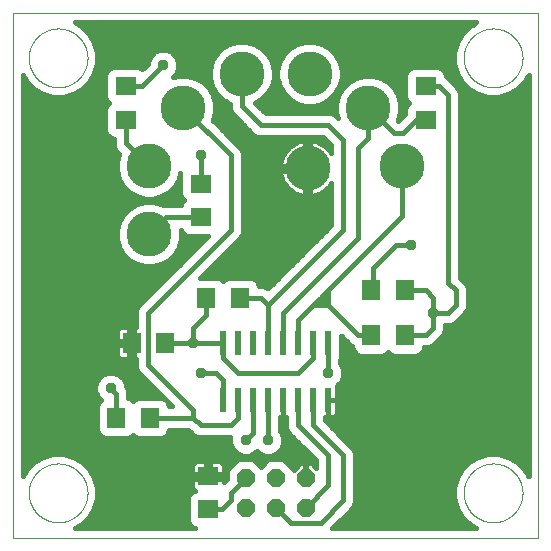
<source format=gtl>
G75*
%MOIN*%
%OFA0B0*%
%FSLAX25Y25*%
%IPPOS*%
%LPD*%
%AMOC8*
5,1,8,0,0,1.08239X$1,22.5*
%
%ADD10C,0.00000*%
%ADD11R,0.07087X0.06299*%
%ADD12OC8,0.06000*%
%ADD13R,0.02400X0.08100*%
%ADD14R,0.06299X0.07087*%
%ADD15R,0.06299X0.07098*%
%ADD16R,0.07098X0.06299*%
%ADD17C,0.15000*%
%ADD18C,0.03762*%
%ADD19C,0.01600*%
D10*
X0001800Y0023933D02*
X0001800Y0198933D01*
X0176800Y0198933D01*
X0176800Y0023933D01*
X0001800Y0023933D01*
X0007000Y0038933D02*
X0007003Y0039174D01*
X0007012Y0039414D01*
X0007027Y0039654D01*
X0007047Y0039894D01*
X0007074Y0040133D01*
X0007106Y0040371D01*
X0007144Y0040608D01*
X0007188Y0040845D01*
X0007238Y0041080D01*
X0007294Y0041314D01*
X0007355Y0041547D01*
X0007422Y0041778D01*
X0007495Y0042007D01*
X0007573Y0042235D01*
X0007657Y0042460D01*
X0007746Y0042683D01*
X0007841Y0042904D01*
X0007941Y0043123D01*
X0008046Y0043339D01*
X0008157Y0043553D01*
X0008273Y0043763D01*
X0008394Y0043971D01*
X0008520Y0044176D01*
X0008652Y0044378D01*
X0008788Y0044576D01*
X0008929Y0044771D01*
X0009074Y0044962D01*
X0009224Y0045150D01*
X0009379Y0045334D01*
X0009539Y0045514D01*
X0009702Y0045690D01*
X0009870Y0045863D01*
X0010043Y0046031D01*
X0010219Y0046194D01*
X0010399Y0046354D01*
X0010583Y0046509D01*
X0010771Y0046659D01*
X0010962Y0046804D01*
X0011157Y0046945D01*
X0011355Y0047081D01*
X0011557Y0047213D01*
X0011762Y0047339D01*
X0011970Y0047460D01*
X0012180Y0047576D01*
X0012394Y0047687D01*
X0012610Y0047792D01*
X0012829Y0047892D01*
X0013050Y0047987D01*
X0013273Y0048076D01*
X0013498Y0048160D01*
X0013726Y0048238D01*
X0013955Y0048311D01*
X0014186Y0048378D01*
X0014419Y0048439D01*
X0014653Y0048495D01*
X0014888Y0048545D01*
X0015125Y0048589D01*
X0015362Y0048627D01*
X0015600Y0048659D01*
X0015839Y0048686D01*
X0016079Y0048706D01*
X0016319Y0048721D01*
X0016559Y0048730D01*
X0016800Y0048733D01*
X0017041Y0048730D01*
X0017281Y0048721D01*
X0017521Y0048706D01*
X0017761Y0048686D01*
X0018000Y0048659D01*
X0018238Y0048627D01*
X0018475Y0048589D01*
X0018712Y0048545D01*
X0018947Y0048495D01*
X0019181Y0048439D01*
X0019414Y0048378D01*
X0019645Y0048311D01*
X0019874Y0048238D01*
X0020102Y0048160D01*
X0020327Y0048076D01*
X0020550Y0047987D01*
X0020771Y0047892D01*
X0020990Y0047792D01*
X0021206Y0047687D01*
X0021420Y0047576D01*
X0021630Y0047460D01*
X0021838Y0047339D01*
X0022043Y0047213D01*
X0022245Y0047081D01*
X0022443Y0046945D01*
X0022638Y0046804D01*
X0022829Y0046659D01*
X0023017Y0046509D01*
X0023201Y0046354D01*
X0023381Y0046194D01*
X0023557Y0046031D01*
X0023730Y0045863D01*
X0023898Y0045690D01*
X0024061Y0045514D01*
X0024221Y0045334D01*
X0024376Y0045150D01*
X0024526Y0044962D01*
X0024671Y0044771D01*
X0024812Y0044576D01*
X0024948Y0044378D01*
X0025080Y0044176D01*
X0025206Y0043971D01*
X0025327Y0043763D01*
X0025443Y0043553D01*
X0025554Y0043339D01*
X0025659Y0043123D01*
X0025759Y0042904D01*
X0025854Y0042683D01*
X0025943Y0042460D01*
X0026027Y0042235D01*
X0026105Y0042007D01*
X0026178Y0041778D01*
X0026245Y0041547D01*
X0026306Y0041314D01*
X0026362Y0041080D01*
X0026412Y0040845D01*
X0026456Y0040608D01*
X0026494Y0040371D01*
X0026526Y0040133D01*
X0026553Y0039894D01*
X0026573Y0039654D01*
X0026588Y0039414D01*
X0026597Y0039174D01*
X0026600Y0038933D01*
X0026597Y0038692D01*
X0026588Y0038452D01*
X0026573Y0038212D01*
X0026553Y0037972D01*
X0026526Y0037733D01*
X0026494Y0037495D01*
X0026456Y0037258D01*
X0026412Y0037021D01*
X0026362Y0036786D01*
X0026306Y0036552D01*
X0026245Y0036319D01*
X0026178Y0036088D01*
X0026105Y0035859D01*
X0026027Y0035631D01*
X0025943Y0035406D01*
X0025854Y0035183D01*
X0025759Y0034962D01*
X0025659Y0034743D01*
X0025554Y0034527D01*
X0025443Y0034313D01*
X0025327Y0034103D01*
X0025206Y0033895D01*
X0025080Y0033690D01*
X0024948Y0033488D01*
X0024812Y0033290D01*
X0024671Y0033095D01*
X0024526Y0032904D01*
X0024376Y0032716D01*
X0024221Y0032532D01*
X0024061Y0032352D01*
X0023898Y0032176D01*
X0023730Y0032003D01*
X0023557Y0031835D01*
X0023381Y0031672D01*
X0023201Y0031512D01*
X0023017Y0031357D01*
X0022829Y0031207D01*
X0022638Y0031062D01*
X0022443Y0030921D01*
X0022245Y0030785D01*
X0022043Y0030653D01*
X0021838Y0030527D01*
X0021630Y0030406D01*
X0021420Y0030290D01*
X0021206Y0030179D01*
X0020990Y0030074D01*
X0020771Y0029974D01*
X0020550Y0029879D01*
X0020327Y0029790D01*
X0020102Y0029706D01*
X0019874Y0029628D01*
X0019645Y0029555D01*
X0019414Y0029488D01*
X0019181Y0029427D01*
X0018947Y0029371D01*
X0018712Y0029321D01*
X0018475Y0029277D01*
X0018238Y0029239D01*
X0018000Y0029207D01*
X0017761Y0029180D01*
X0017521Y0029160D01*
X0017281Y0029145D01*
X0017041Y0029136D01*
X0016800Y0029133D01*
X0016559Y0029136D01*
X0016319Y0029145D01*
X0016079Y0029160D01*
X0015839Y0029180D01*
X0015600Y0029207D01*
X0015362Y0029239D01*
X0015125Y0029277D01*
X0014888Y0029321D01*
X0014653Y0029371D01*
X0014419Y0029427D01*
X0014186Y0029488D01*
X0013955Y0029555D01*
X0013726Y0029628D01*
X0013498Y0029706D01*
X0013273Y0029790D01*
X0013050Y0029879D01*
X0012829Y0029974D01*
X0012610Y0030074D01*
X0012394Y0030179D01*
X0012180Y0030290D01*
X0011970Y0030406D01*
X0011762Y0030527D01*
X0011557Y0030653D01*
X0011355Y0030785D01*
X0011157Y0030921D01*
X0010962Y0031062D01*
X0010771Y0031207D01*
X0010583Y0031357D01*
X0010399Y0031512D01*
X0010219Y0031672D01*
X0010043Y0031835D01*
X0009870Y0032003D01*
X0009702Y0032176D01*
X0009539Y0032352D01*
X0009379Y0032532D01*
X0009224Y0032716D01*
X0009074Y0032904D01*
X0008929Y0033095D01*
X0008788Y0033290D01*
X0008652Y0033488D01*
X0008520Y0033690D01*
X0008394Y0033895D01*
X0008273Y0034103D01*
X0008157Y0034313D01*
X0008046Y0034527D01*
X0007941Y0034743D01*
X0007841Y0034962D01*
X0007746Y0035183D01*
X0007657Y0035406D01*
X0007573Y0035631D01*
X0007495Y0035859D01*
X0007422Y0036088D01*
X0007355Y0036319D01*
X0007294Y0036552D01*
X0007238Y0036786D01*
X0007188Y0037021D01*
X0007144Y0037258D01*
X0007106Y0037495D01*
X0007074Y0037733D01*
X0007047Y0037972D01*
X0007027Y0038212D01*
X0007012Y0038452D01*
X0007003Y0038692D01*
X0007000Y0038933D01*
X0007000Y0183933D02*
X0007003Y0184174D01*
X0007012Y0184414D01*
X0007027Y0184654D01*
X0007047Y0184894D01*
X0007074Y0185133D01*
X0007106Y0185371D01*
X0007144Y0185608D01*
X0007188Y0185845D01*
X0007238Y0186080D01*
X0007294Y0186314D01*
X0007355Y0186547D01*
X0007422Y0186778D01*
X0007495Y0187007D01*
X0007573Y0187235D01*
X0007657Y0187460D01*
X0007746Y0187683D01*
X0007841Y0187904D01*
X0007941Y0188123D01*
X0008046Y0188339D01*
X0008157Y0188553D01*
X0008273Y0188763D01*
X0008394Y0188971D01*
X0008520Y0189176D01*
X0008652Y0189378D01*
X0008788Y0189576D01*
X0008929Y0189771D01*
X0009074Y0189962D01*
X0009224Y0190150D01*
X0009379Y0190334D01*
X0009539Y0190514D01*
X0009702Y0190690D01*
X0009870Y0190863D01*
X0010043Y0191031D01*
X0010219Y0191194D01*
X0010399Y0191354D01*
X0010583Y0191509D01*
X0010771Y0191659D01*
X0010962Y0191804D01*
X0011157Y0191945D01*
X0011355Y0192081D01*
X0011557Y0192213D01*
X0011762Y0192339D01*
X0011970Y0192460D01*
X0012180Y0192576D01*
X0012394Y0192687D01*
X0012610Y0192792D01*
X0012829Y0192892D01*
X0013050Y0192987D01*
X0013273Y0193076D01*
X0013498Y0193160D01*
X0013726Y0193238D01*
X0013955Y0193311D01*
X0014186Y0193378D01*
X0014419Y0193439D01*
X0014653Y0193495D01*
X0014888Y0193545D01*
X0015125Y0193589D01*
X0015362Y0193627D01*
X0015600Y0193659D01*
X0015839Y0193686D01*
X0016079Y0193706D01*
X0016319Y0193721D01*
X0016559Y0193730D01*
X0016800Y0193733D01*
X0017041Y0193730D01*
X0017281Y0193721D01*
X0017521Y0193706D01*
X0017761Y0193686D01*
X0018000Y0193659D01*
X0018238Y0193627D01*
X0018475Y0193589D01*
X0018712Y0193545D01*
X0018947Y0193495D01*
X0019181Y0193439D01*
X0019414Y0193378D01*
X0019645Y0193311D01*
X0019874Y0193238D01*
X0020102Y0193160D01*
X0020327Y0193076D01*
X0020550Y0192987D01*
X0020771Y0192892D01*
X0020990Y0192792D01*
X0021206Y0192687D01*
X0021420Y0192576D01*
X0021630Y0192460D01*
X0021838Y0192339D01*
X0022043Y0192213D01*
X0022245Y0192081D01*
X0022443Y0191945D01*
X0022638Y0191804D01*
X0022829Y0191659D01*
X0023017Y0191509D01*
X0023201Y0191354D01*
X0023381Y0191194D01*
X0023557Y0191031D01*
X0023730Y0190863D01*
X0023898Y0190690D01*
X0024061Y0190514D01*
X0024221Y0190334D01*
X0024376Y0190150D01*
X0024526Y0189962D01*
X0024671Y0189771D01*
X0024812Y0189576D01*
X0024948Y0189378D01*
X0025080Y0189176D01*
X0025206Y0188971D01*
X0025327Y0188763D01*
X0025443Y0188553D01*
X0025554Y0188339D01*
X0025659Y0188123D01*
X0025759Y0187904D01*
X0025854Y0187683D01*
X0025943Y0187460D01*
X0026027Y0187235D01*
X0026105Y0187007D01*
X0026178Y0186778D01*
X0026245Y0186547D01*
X0026306Y0186314D01*
X0026362Y0186080D01*
X0026412Y0185845D01*
X0026456Y0185608D01*
X0026494Y0185371D01*
X0026526Y0185133D01*
X0026553Y0184894D01*
X0026573Y0184654D01*
X0026588Y0184414D01*
X0026597Y0184174D01*
X0026600Y0183933D01*
X0026597Y0183692D01*
X0026588Y0183452D01*
X0026573Y0183212D01*
X0026553Y0182972D01*
X0026526Y0182733D01*
X0026494Y0182495D01*
X0026456Y0182258D01*
X0026412Y0182021D01*
X0026362Y0181786D01*
X0026306Y0181552D01*
X0026245Y0181319D01*
X0026178Y0181088D01*
X0026105Y0180859D01*
X0026027Y0180631D01*
X0025943Y0180406D01*
X0025854Y0180183D01*
X0025759Y0179962D01*
X0025659Y0179743D01*
X0025554Y0179527D01*
X0025443Y0179313D01*
X0025327Y0179103D01*
X0025206Y0178895D01*
X0025080Y0178690D01*
X0024948Y0178488D01*
X0024812Y0178290D01*
X0024671Y0178095D01*
X0024526Y0177904D01*
X0024376Y0177716D01*
X0024221Y0177532D01*
X0024061Y0177352D01*
X0023898Y0177176D01*
X0023730Y0177003D01*
X0023557Y0176835D01*
X0023381Y0176672D01*
X0023201Y0176512D01*
X0023017Y0176357D01*
X0022829Y0176207D01*
X0022638Y0176062D01*
X0022443Y0175921D01*
X0022245Y0175785D01*
X0022043Y0175653D01*
X0021838Y0175527D01*
X0021630Y0175406D01*
X0021420Y0175290D01*
X0021206Y0175179D01*
X0020990Y0175074D01*
X0020771Y0174974D01*
X0020550Y0174879D01*
X0020327Y0174790D01*
X0020102Y0174706D01*
X0019874Y0174628D01*
X0019645Y0174555D01*
X0019414Y0174488D01*
X0019181Y0174427D01*
X0018947Y0174371D01*
X0018712Y0174321D01*
X0018475Y0174277D01*
X0018238Y0174239D01*
X0018000Y0174207D01*
X0017761Y0174180D01*
X0017521Y0174160D01*
X0017281Y0174145D01*
X0017041Y0174136D01*
X0016800Y0174133D01*
X0016559Y0174136D01*
X0016319Y0174145D01*
X0016079Y0174160D01*
X0015839Y0174180D01*
X0015600Y0174207D01*
X0015362Y0174239D01*
X0015125Y0174277D01*
X0014888Y0174321D01*
X0014653Y0174371D01*
X0014419Y0174427D01*
X0014186Y0174488D01*
X0013955Y0174555D01*
X0013726Y0174628D01*
X0013498Y0174706D01*
X0013273Y0174790D01*
X0013050Y0174879D01*
X0012829Y0174974D01*
X0012610Y0175074D01*
X0012394Y0175179D01*
X0012180Y0175290D01*
X0011970Y0175406D01*
X0011762Y0175527D01*
X0011557Y0175653D01*
X0011355Y0175785D01*
X0011157Y0175921D01*
X0010962Y0176062D01*
X0010771Y0176207D01*
X0010583Y0176357D01*
X0010399Y0176512D01*
X0010219Y0176672D01*
X0010043Y0176835D01*
X0009870Y0177003D01*
X0009702Y0177176D01*
X0009539Y0177352D01*
X0009379Y0177532D01*
X0009224Y0177716D01*
X0009074Y0177904D01*
X0008929Y0178095D01*
X0008788Y0178290D01*
X0008652Y0178488D01*
X0008520Y0178690D01*
X0008394Y0178895D01*
X0008273Y0179103D01*
X0008157Y0179313D01*
X0008046Y0179527D01*
X0007941Y0179743D01*
X0007841Y0179962D01*
X0007746Y0180183D01*
X0007657Y0180406D01*
X0007573Y0180631D01*
X0007495Y0180859D01*
X0007422Y0181088D01*
X0007355Y0181319D01*
X0007294Y0181552D01*
X0007238Y0181786D01*
X0007188Y0182021D01*
X0007144Y0182258D01*
X0007106Y0182495D01*
X0007074Y0182733D01*
X0007047Y0182972D01*
X0007027Y0183212D01*
X0007012Y0183452D01*
X0007003Y0183692D01*
X0007000Y0183933D01*
X0152000Y0183933D02*
X0152003Y0184174D01*
X0152012Y0184414D01*
X0152027Y0184654D01*
X0152047Y0184894D01*
X0152074Y0185133D01*
X0152106Y0185371D01*
X0152144Y0185608D01*
X0152188Y0185845D01*
X0152238Y0186080D01*
X0152294Y0186314D01*
X0152355Y0186547D01*
X0152422Y0186778D01*
X0152495Y0187007D01*
X0152573Y0187235D01*
X0152657Y0187460D01*
X0152746Y0187683D01*
X0152841Y0187904D01*
X0152941Y0188123D01*
X0153046Y0188339D01*
X0153157Y0188553D01*
X0153273Y0188763D01*
X0153394Y0188971D01*
X0153520Y0189176D01*
X0153652Y0189378D01*
X0153788Y0189576D01*
X0153929Y0189771D01*
X0154074Y0189962D01*
X0154224Y0190150D01*
X0154379Y0190334D01*
X0154539Y0190514D01*
X0154702Y0190690D01*
X0154870Y0190863D01*
X0155043Y0191031D01*
X0155219Y0191194D01*
X0155399Y0191354D01*
X0155583Y0191509D01*
X0155771Y0191659D01*
X0155962Y0191804D01*
X0156157Y0191945D01*
X0156355Y0192081D01*
X0156557Y0192213D01*
X0156762Y0192339D01*
X0156970Y0192460D01*
X0157180Y0192576D01*
X0157394Y0192687D01*
X0157610Y0192792D01*
X0157829Y0192892D01*
X0158050Y0192987D01*
X0158273Y0193076D01*
X0158498Y0193160D01*
X0158726Y0193238D01*
X0158955Y0193311D01*
X0159186Y0193378D01*
X0159419Y0193439D01*
X0159653Y0193495D01*
X0159888Y0193545D01*
X0160125Y0193589D01*
X0160362Y0193627D01*
X0160600Y0193659D01*
X0160839Y0193686D01*
X0161079Y0193706D01*
X0161319Y0193721D01*
X0161559Y0193730D01*
X0161800Y0193733D01*
X0162041Y0193730D01*
X0162281Y0193721D01*
X0162521Y0193706D01*
X0162761Y0193686D01*
X0163000Y0193659D01*
X0163238Y0193627D01*
X0163475Y0193589D01*
X0163712Y0193545D01*
X0163947Y0193495D01*
X0164181Y0193439D01*
X0164414Y0193378D01*
X0164645Y0193311D01*
X0164874Y0193238D01*
X0165102Y0193160D01*
X0165327Y0193076D01*
X0165550Y0192987D01*
X0165771Y0192892D01*
X0165990Y0192792D01*
X0166206Y0192687D01*
X0166420Y0192576D01*
X0166630Y0192460D01*
X0166838Y0192339D01*
X0167043Y0192213D01*
X0167245Y0192081D01*
X0167443Y0191945D01*
X0167638Y0191804D01*
X0167829Y0191659D01*
X0168017Y0191509D01*
X0168201Y0191354D01*
X0168381Y0191194D01*
X0168557Y0191031D01*
X0168730Y0190863D01*
X0168898Y0190690D01*
X0169061Y0190514D01*
X0169221Y0190334D01*
X0169376Y0190150D01*
X0169526Y0189962D01*
X0169671Y0189771D01*
X0169812Y0189576D01*
X0169948Y0189378D01*
X0170080Y0189176D01*
X0170206Y0188971D01*
X0170327Y0188763D01*
X0170443Y0188553D01*
X0170554Y0188339D01*
X0170659Y0188123D01*
X0170759Y0187904D01*
X0170854Y0187683D01*
X0170943Y0187460D01*
X0171027Y0187235D01*
X0171105Y0187007D01*
X0171178Y0186778D01*
X0171245Y0186547D01*
X0171306Y0186314D01*
X0171362Y0186080D01*
X0171412Y0185845D01*
X0171456Y0185608D01*
X0171494Y0185371D01*
X0171526Y0185133D01*
X0171553Y0184894D01*
X0171573Y0184654D01*
X0171588Y0184414D01*
X0171597Y0184174D01*
X0171600Y0183933D01*
X0171597Y0183692D01*
X0171588Y0183452D01*
X0171573Y0183212D01*
X0171553Y0182972D01*
X0171526Y0182733D01*
X0171494Y0182495D01*
X0171456Y0182258D01*
X0171412Y0182021D01*
X0171362Y0181786D01*
X0171306Y0181552D01*
X0171245Y0181319D01*
X0171178Y0181088D01*
X0171105Y0180859D01*
X0171027Y0180631D01*
X0170943Y0180406D01*
X0170854Y0180183D01*
X0170759Y0179962D01*
X0170659Y0179743D01*
X0170554Y0179527D01*
X0170443Y0179313D01*
X0170327Y0179103D01*
X0170206Y0178895D01*
X0170080Y0178690D01*
X0169948Y0178488D01*
X0169812Y0178290D01*
X0169671Y0178095D01*
X0169526Y0177904D01*
X0169376Y0177716D01*
X0169221Y0177532D01*
X0169061Y0177352D01*
X0168898Y0177176D01*
X0168730Y0177003D01*
X0168557Y0176835D01*
X0168381Y0176672D01*
X0168201Y0176512D01*
X0168017Y0176357D01*
X0167829Y0176207D01*
X0167638Y0176062D01*
X0167443Y0175921D01*
X0167245Y0175785D01*
X0167043Y0175653D01*
X0166838Y0175527D01*
X0166630Y0175406D01*
X0166420Y0175290D01*
X0166206Y0175179D01*
X0165990Y0175074D01*
X0165771Y0174974D01*
X0165550Y0174879D01*
X0165327Y0174790D01*
X0165102Y0174706D01*
X0164874Y0174628D01*
X0164645Y0174555D01*
X0164414Y0174488D01*
X0164181Y0174427D01*
X0163947Y0174371D01*
X0163712Y0174321D01*
X0163475Y0174277D01*
X0163238Y0174239D01*
X0163000Y0174207D01*
X0162761Y0174180D01*
X0162521Y0174160D01*
X0162281Y0174145D01*
X0162041Y0174136D01*
X0161800Y0174133D01*
X0161559Y0174136D01*
X0161319Y0174145D01*
X0161079Y0174160D01*
X0160839Y0174180D01*
X0160600Y0174207D01*
X0160362Y0174239D01*
X0160125Y0174277D01*
X0159888Y0174321D01*
X0159653Y0174371D01*
X0159419Y0174427D01*
X0159186Y0174488D01*
X0158955Y0174555D01*
X0158726Y0174628D01*
X0158498Y0174706D01*
X0158273Y0174790D01*
X0158050Y0174879D01*
X0157829Y0174974D01*
X0157610Y0175074D01*
X0157394Y0175179D01*
X0157180Y0175290D01*
X0156970Y0175406D01*
X0156762Y0175527D01*
X0156557Y0175653D01*
X0156355Y0175785D01*
X0156157Y0175921D01*
X0155962Y0176062D01*
X0155771Y0176207D01*
X0155583Y0176357D01*
X0155399Y0176512D01*
X0155219Y0176672D01*
X0155043Y0176835D01*
X0154870Y0177003D01*
X0154702Y0177176D01*
X0154539Y0177352D01*
X0154379Y0177532D01*
X0154224Y0177716D01*
X0154074Y0177904D01*
X0153929Y0178095D01*
X0153788Y0178290D01*
X0153652Y0178488D01*
X0153520Y0178690D01*
X0153394Y0178895D01*
X0153273Y0179103D01*
X0153157Y0179313D01*
X0153046Y0179527D01*
X0152941Y0179743D01*
X0152841Y0179962D01*
X0152746Y0180183D01*
X0152657Y0180406D01*
X0152573Y0180631D01*
X0152495Y0180859D01*
X0152422Y0181088D01*
X0152355Y0181319D01*
X0152294Y0181552D01*
X0152238Y0181786D01*
X0152188Y0182021D01*
X0152144Y0182258D01*
X0152106Y0182495D01*
X0152074Y0182733D01*
X0152047Y0182972D01*
X0152027Y0183212D01*
X0152012Y0183452D01*
X0152003Y0183692D01*
X0152000Y0183933D01*
X0152000Y0038933D02*
X0152003Y0039174D01*
X0152012Y0039414D01*
X0152027Y0039654D01*
X0152047Y0039894D01*
X0152074Y0040133D01*
X0152106Y0040371D01*
X0152144Y0040608D01*
X0152188Y0040845D01*
X0152238Y0041080D01*
X0152294Y0041314D01*
X0152355Y0041547D01*
X0152422Y0041778D01*
X0152495Y0042007D01*
X0152573Y0042235D01*
X0152657Y0042460D01*
X0152746Y0042683D01*
X0152841Y0042904D01*
X0152941Y0043123D01*
X0153046Y0043339D01*
X0153157Y0043553D01*
X0153273Y0043763D01*
X0153394Y0043971D01*
X0153520Y0044176D01*
X0153652Y0044378D01*
X0153788Y0044576D01*
X0153929Y0044771D01*
X0154074Y0044962D01*
X0154224Y0045150D01*
X0154379Y0045334D01*
X0154539Y0045514D01*
X0154702Y0045690D01*
X0154870Y0045863D01*
X0155043Y0046031D01*
X0155219Y0046194D01*
X0155399Y0046354D01*
X0155583Y0046509D01*
X0155771Y0046659D01*
X0155962Y0046804D01*
X0156157Y0046945D01*
X0156355Y0047081D01*
X0156557Y0047213D01*
X0156762Y0047339D01*
X0156970Y0047460D01*
X0157180Y0047576D01*
X0157394Y0047687D01*
X0157610Y0047792D01*
X0157829Y0047892D01*
X0158050Y0047987D01*
X0158273Y0048076D01*
X0158498Y0048160D01*
X0158726Y0048238D01*
X0158955Y0048311D01*
X0159186Y0048378D01*
X0159419Y0048439D01*
X0159653Y0048495D01*
X0159888Y0048545D01*
X0160125Y0048589D01*
X0160362Y0048627D01*
X0160600Y0048659D01*
X0160839Y0048686D01*
X0161079Y0048706D01*
X0161319Y0048721D01*
X0161559Y0048730D01*
X0161800Y0048733D01*
X0162041Y0048730D01*
X0162281Y0048721D01*
X0162521Y0048706D01*
X0162761Y0048686D01*
X0163000Y0048659D01*
X0163238Y0048627D01*
X0163475Y0048589D01*
X0163712Y0048545D01*
X0163947Y0048495D01*
X0164181Y0048439D01*
X0164414Y0048378D01*
X0164645Y0048311D01*
X0164874Y0048238D01*
X0165102Y0048160D01*
X0165327Y0048076D01*
X0165550Y0047987D01*
X0165771Y0047892D01*
X0165990Y0047792D01*
X0166206Y0047687D01*
X0166420Y0047576D01*
X0166630Y0047460D01*
X0166838Y0047339D01*
X0167043Y0047213D01*
X0167245Y0047081D01*
X0167443Y0046945D01*
X0167638Y0046804D01*
X0167829Y0046659D01*
X0168017Y0046509D01*
X0168201Y0046354D01*
X0168381Y0046194D01*
X0168557Y0046031D01*
X0168730Y0045863D01*
X0168898Y0045690D01*
X0169061Y0045514D01*
X0169221Y0045334D01*
X0169376Y0045150D01*
X0169526Y0044962D01*
X0169671Y0044771D01*
X0169812Y0044576D01*
X0169948Y0044378D01*
X0170080Y0044176D01*
X0170206Y0043971D01*
X0170327Y0043763D01*
X0170443Y0043553D01*
X0170554Y0043339D01*
X0170659Y0043123D01*
X0170759Y0042904D01*
X0170854Y0042683D01*
X0170943Y0042460D01*
X0171027Y0042235D01*
X0171105Y0042007D01*
X0171178Y0041778D01*
X0171245Y0041547D01*
X0171306Y0041314D01*
X0171362Y0041080D01*
X0171412Y0040845D01*
X0171456Y0040608D01*
X0171494Y0040371D01*
X0171526Y0040133D01*
X0171553Y0039894D01*
X0171573Y0039654D01*
X0171588Y0039414D01*
X0171597Y0039174D01*
X0171600Y0038933D01*
X0171597Y0038692D01*
X0171588Y0038452D01*
X0171573Y0038212D01*
X0171553Y0037972D01*
X0171526Y0037733D01*
X0171494Y0037495D01*
X0171456Y0037258D01*
X0171412Y0037021D01*
X0171362Y0036786D01*
X0171306Y0036552D01*
X0171245Y0036319D01*
X0171178Y0036088D01*
X0171105Y0035859D01*
X0171027Y0035631D01*
X0170943Y0035406D01*
X0170854Y0035183D01*
X0170759Y0034962D01*
X0170659Y0034743D01*
X0170554Y0034527D01*
X0170443Y0034313D01*
X0170327Y0034103D01*
X0170206Y0033895D01*
X0170080Y0033690D01*
X0169948Y0033488D01*
X0169812Y0033290D01*
X0169671Y0033095D01*
X0169526Y0032904D01*
X0169376Y0032716D01*
X0169221Y0032532D01*
X0169061Y0032352D01*
X0168898Y0032176D01*
X0168730Y0032003D01*
X0168557Y0031835D01*
X0168381Y0031672D01*
X0168201Y0031512D01*
X0168017Y0031357D01*
X0167829Y0031207D01*
X0167638Y0031062D01*
X0167443Y0030921D01*
X0167245Y0030785D01*
X0167043Y0030653D01*
X0166838Y0030527D01*
X0166630Y0030406D01*
X0166420Y0030290D01*
X0166206Y0030179D01*
X0165990Y0030074D01*
X0165771Y0029974D01*
X0165550Y0029879D01*
X0165327Y0029790D01*
X0165102Y0029706D01*
X0164874Y0029628D01*
X0164645Y0029555D01*
X0164414Y0029488D01*
X0164181Y0029427D01*
X0163947Y0029371D01*
X0163712Y0029321D01*
X0163475Y0029277D01*
X0163238Y0029239D01*
X0163000Y0029207D01*
X0162761Y0029180D01*
X0162521Y0029160D01*
X0162281Y0029145D01*
X0162041Y0029136D01*
X0161800Y0029133D01*
X0161559Y0029136D01*
X0161319Y0029145D01*
X0161079Y0029160D01*
X0160839Y0029180D01*
X0160600Y0029207D01*
X0160362Y0029239D01*
X0160125Y0029277D01*
X0159888Y0029321D01*
X0159653Y0029371D01*
X0159419Y0029427D01*
X0159186Y0029488D01*
X0158955Y0029555D01*
X0158726Y0029628D01*
X0158498Y0029706D01*
X0158273Y0029790D01*
X0158050Y0029879D01*
X0157829Y0029974D01*
X0157610Y0030074D01*
X0157394Y0030179D01*
X0157180Y0030290D01*
X0156970Y0030406D01*
X0156762Y0030527D01*
X0156557Y0030653D01*
X0156355Y0030785D01*
X0156157Y0030921D01*
X0155962Y0031062D01*
X0155771Y0031207D01*
X0155583Y0031357D01*
X0155399Y0031512D01*
X0155219Y0031672D01*
X0155043Y0031835D01*
X0154870Y0032003D01*
X0154702Y0032176D01*
X0154539Y0032352D01*
X0154379Y0032532D01*
X0154224Y0032716D01*
X0154074Y0032904D01*
X0153929Y0033095D01*
X0153788Y0033290D01*
X0153652Y0033488D01*
X0153520Y0033690D01*
X0153394Y0033895D01*
X0153273Y0034103D01*
X0153157Y0034313D01*
X0153046Y0034527D01*
X0152941Y0034743D01*
X0152841Y0034962D01*
X0152746Y0035183D01*
X0152657Y0035406D01*
X0152573Y0035631D01*
X0152495Y0035859D01*
X0152422Y0036088D01*
X0152355Y0036319D01*
X0152294Y0036552D01*
X0152238Y0036786D01*
X0152188Y0037021D01*
X0152144Y0037258D01*
X0152106Y0037495D01*
X0152074Y0037733D01*
X0152047Y0037972D01*
X0152027Y0038212D01*
X0152012Y0038452D01*
X0152003Y0038692D01*
X0152000Y0038933D01*
D11*
X0066800Y0033421D03*
X0066800Y0044445D03*
D12*
X0079300Y0043933D03*
X0089300Y0043933D03*
X0089300Y0033933D03*
X0079300Y0033933D03*
X0099300Y0033933D03*
X0099300Y0043933D03*
D13*
X0096800Y0070033D03*
X0091800Y0070033D03*
X0086800Y0070033D03*
X0081800Y0070033D03*
X0076800Y0070033D03*
X0071800Y0070033D03*
X0071800Y0088933D03*
X0076800Y0088933D03*
X0081800Y0088933D03*
X0086800Y0088933D03*
X0091800Y0088933D03*
X0096800Y0088933D03*
X0101800Y0088933D03*
X0106800Y0088933D03*
X0106800Y0070033D03*
X0101800Y0070033D03*
D14*
X0052312Y0088933D03*
X0041288Y0088933D03*
D15*
X0066202Y0103933D03*
X0077398Y0103933D03*
X0047398Y0063933D03*
X0036202Y0063933D03*
X0121202Y0091433D03*
X0132398Y0091433D03*
X0132398Y0106433D03*
X0121202Y0106433D03*
D16*
X0139300Y0163335D03*
X0139300Y0174531D03*
X0064300Y0142031D03*
X0064300Y0130835D03*
X0039300Y0163335D03*
X0039300Y0174531D03*
D17*
X0058400Y0167333D03*
X0047090Y0147743D03*
X0047090Y0125123D03*
X0100010Y0147143D03*
X0120200Y0167333D03*
X0131510Y0147743D03*
X0100610Y0178643D03*
X0077990Y0178643D03*
D18*
X0051800Y0181433D03*
X0064300Y0151433D03*
X0061800Y0088933D03*
X0064300Y0078933D03*
X0079300Y0056433D03*
X0086800Y0056433D03*
X0106800Y0078933D03*
X0141800Y0098933D03*
X0134300Y0121433D03*
X0034300Y0073933D03*
D19*
X0036202Y0072031D01*
X0036202Y0063933D01*
X0029852Y0063896D02*
X0005000Y0063896D01*
X0005000Y0065494D02*
X0029852Y0065494D01*
X0029852Y0067093D02*
X0005000Y0067093D01*
X0005000Y0068691D02*
X0030089Y0068691D01*
X0029852Y0068119D02*
X0030339Y0069295D01*
X0031046Y0070002D01*
X0029992Y0071055D01*
X0029219Y0072922D01*
X0029219Y0074944D01*
X0029992Y0076811D01*
X0031422Y0078241D01*
X0033289Y0079014D01*
X0035311Y0079014D01*
X0037178Y0078241D01*
X0038608Y0076811D01*
X0039381Y0074944D01*
X0039381Y0074509D01*
X0039593Y0074297D01*
X0040202Y0072827D01*
X0040202Y0070594D01*
X0041164Y0070195D01*
X0041800Y0069559D01*
X0042436Y0070195D01*
X0043612Y0070682D01*
X0051185Y0070682D01*
X0052361Y0070195D01*
X0053261Y0069295D01*
X0053748Y0068119D01*
X0053748Y0067933D01*
X0054643Y0067933D01*
X0043409Y0079167D01*
X0042800Y0080637D01*
X0042800Y0083590D01*
X0042063Y0083590D01*
X0042063Y0088158D01*
X0040513Y0088158D01*
X0036339Y0088158D01*
X0036339Y0085153D01*
X0036461Y0084695D01*
X0036698Y0084285D01*
X0037033Y0083949D01*
X0037444Y0083712D01*
X0037902Y0083590D01*
X0040513Y0083590D01*
X0040513Y0088158D01*
X0040513Y0089708D01*
X0036339Y0089708D01*
X0036339Y0092713D01*
X0036461Y0093171D01*
X0036698Y0093582D01*
X0037033Y0093917D01*
X0037444Y0094154D01*
X0037902Y0094276D01*
X0040513Y0094276D01*
X0040513Y0089708D01*
X0042063Y0089708D01*
X0042063Y0094276D01*
X0042800Y0094276D01*
X0042800Y0099729D01*
X0043409Y0101199D01*
X0066695Y0124485D01*
X0060114Y0124485D01*
X0058938Y0124972D01*
X0058038Y0125872D01*
X0057790Y0126471D01*
X0057790Y0123714D01*
X0057061Y0120993D01*
X0055652Y0118553D01*
X0053660Y0116561D01*
X0051220Y0115152D01*
X0048499Y0114423D01*
X0045681Y0114423D01*
X0042960Y0115152D01*
X0040520Y0116561D01*
X0038528Y0118553D01*
X0037119Y0120993D01*
X0036390Y0123714D01*
X0036390Y0126532D01*
X0037119Y0129253D01*
X0038528Y0131693D01*
X0040520Y0133685D01*
X0042960Y0135094D01*
X0045681Y0135823D01*
X0048499Y0135823D01*
X0051220Y0135094D01*
X0051810Y0134753D01*
X0052006Y0134835D01*
X0057639Y0134835D01*
X0058038Y0135797D01*
X0058674Y0136433D01*
X0058038Y0137069D01*
X0057551Y0138245D01*
X0057551Y0145442D01*
X0057061Y0143613D01*
X0055652Y0141173D01*
X0053660Y0139181D01*
X0051220Y0137772D01*
X0048499Y0137043D01*
X0045681Y0137043D01*
X0042960Y0137772D01*
X0040520Y0139181D01*
X0038528Y0141173D01*
X0037119Y0143613D01*
X0036390Y0146334D01*
X0036390Y0149152D01*
X0037119Y0151873D01*
X0037187Y0151990D01*
X0035909Y0153267D01*
X0035300Y0154737D01*
X0035300Y0156985D01*
X0035114Y0156985D01*
X0033938Y0157472D01*
X0033038Y0158372D01*
X0032551Y0159549D01*
X0032551Y0167121D01*
X0033038Y0168297D01*
X0033674Y0168933D01*
X0033038Y0169569D01*
X0032551Y0170745D01*
X0032551Y0178318D01*
X0033038Y0179494D01*
X0033938Y0180394D01*
X0035114Y0180881D01*
X0043486Y0180881D01*
X0044662Y0180394D01*
X0044883Y0180173D01*
X0046719Y0182009D01*
X0046719Y0182444D01*
X0047492Y0184311D01*
X0048922Y0185741D01*
X0050789Y0186514D01*
X0052811Y0186514D01*
X0054678Y0185741D01*
X0056108Y0184311D01*
X0056881Y0182444D01*
X0056881Y0180422D01*
X0056108Y0178555D01*
X0055071Y0177519D01*
X0056991Y0178033D01*
X0059809Y0178033D01*
X0062530Y0177304D01*
X0064970Y0175895D01*
X0066962Y0173903D01*
X0068371Y0171463D01*
X0069100Y0168742D01*
X0069100Y0165924D01*
X0068371Y0163203D01*
X0068303Y0163086D01*
X0077691Y0153699D01*
X0078300Y0152229D01*
X0078300Y0125637D01*
X0077691Y0124167D01*
X0076566Y0123042D01*
X0076566Y0123042D01*
X0064206Y0110682D01*
X0069988Y0110682D01*
X0071164Y0110195D01*
X0071800Y0109559D01*
X0072436Y0110195D01*
X0073612Y0110682D01*
X0081185Y0110682D01*
X0082361Y0110195D01*
X0083261Y0109295D01*
X0083748Y0108119D01*
X0083748Y0107933D01*
X0085096Y0107933D01*
X0086566Y0107324D01*
X0086800Y0107090D01*
X0107800Y0128090D01*
X0107800Y0142061D01*
X0107607Y0141753D01*
X0106955Y0140936D01*
X0106217Y0140198D01*
X0105400Y0139546D01*
X0104516Y0138991D01*
X0103575Y0138537D01*
X0102589Y0138192D01*
X0101570Y0137960D01*
X0100785Y0137872D01*
X0100785Y0146368D01*
X0099235Y0146368D01*
X0099235Y0137872D01*
X0098450Y0137960D01*
X0097431Y0138192D01*
X0096445Y0138537D01*
X0095504Y0138991D01*
X0094620Y0139546D01*
X0093803Y0140198D01*
X0093065Y0140936D01*
X0092413Y0141753D01*
X0091858Y0142637D01*
X0091404Y0143579D01*
X0091059Y0144564D01*
X0090827Y0145583D01*
X0090738Y0146368D01*
X0099235Y0146368D01*
X0099235Y0147918D01*
X0090738Y0147918D01*
X0090827Y0148703D01*
X0091059Y0149722D01*
X0091404Y0150708D01*
X0091858Y0151649D01*
X0092413Y0152533D01*
X0093065Y0153350D01*
X0093803Y0154088D01*
X0094620Y0154740D01*
X0095504Y0155295D01*
X0096445Y0155749D01*
X0097431Y0156094D01*
X0098450Y0156326D01*
X0099235Y0156415D01*
X0099235Y0147918D01*
X0100785Y0147918D01*
X0100785Y0156415D01*
X0101570Y0156326D01*
X0102589Y0156094D01*
X0103575Y0155749D01*
X0104516Y0155295D01*
X0105400Y0154740D01*
X0106217Y0154088D01*
X0106955Y0153350D01*
X0107607Y0152533D01*
X0107800Y0152225D01*
X0107800Y0154776D01*
X0105143Y0157433D01*
X0083504Y0157433D01*
X0082034Y0158042D01*
X0080909Y0159167D01*
X0074599Y0165477D01*
X0073990Y0166947D01*
X0073990Y0168637D01*
X0073860Y0168672D01*
X0071420Y0170081D01*
X0069428Y0172073D01*
X0068019Y0174513D01*
X0067290Y0177234D01*
X0067290Y0180052D01*
X0068019Y0182773D01*
X0069428Y0185213D01*
X0071420Y0187205D01*
X0073860Y0188614D01*
X0076581Y0189343D01*
X0079399Y0189343D01*
X0082120Y0188614D01*
X0084560Y0187205D01*
X0086552Y0185213D01*
X0087961Y0182773D01*
X0088690Y0180052D01*
X0088690Y0177234D01*
X0087961Y0174513D01*
X0086552Y0172073D01*
X0084560Y0170081D01*
X0082499Y0168891D01*
X0085957Y0165433D01*
X0107596Y0165433D01*
X0109066Y0164824D01*
X0110062Y0163828D01*
X0109500Y0165924D01*
X0109500Y0168742D01*
X0110229Y0171463D01*
X0111638Y0173903D01*
X0113630Y0175895D01*
X0116070Y0177304D01*
X0118791Y0178033D01*
X0121609Y0178033D01*
X0124330Y0177304D01*
X0126770Y0175895D01*
X0128762Y0173903D01*
X0130171Y0171463D01*
X0130900Y0168742D01*
X0130900Y0165924D01*
X0130171Y0163203D01*
X0130103Y0163086D01*
X0130200Y0162990D01*
X0132551Y0165341D01*
X0132551Y0167121D01*
X0133038Y0168297D01*
X0133674Y0168933D01*
X0133038Y0169569D01*
X0132551Y0170745D01*
X0132551Y0178318D01*
X0133038Y0179494D01*
X0133938Y0180394D01*
X0135114Y0180881D01*
X0143486Y0180881D01*
X0144662Y0180394D01*
X0145562Y0179494D01*
X0146049Y0178318D01*
X0146049Y0177841D01*
X0149066Y0174824D01*
X0150191Y0173699D01*
X0150800Y0172229D01*
X0150800Y0110590D01*
X0151566Y0109824D01*
X0152691Y0108699D01*
X0153300Y0107229D01*
X0153300Y0100637D01*
X0152691Y0099167D01*
X0150191Y0096667D01*
X0149066Y0095542D01*
X0147596Y0094933D01*
X0145800Y0094933D01*
X0145800Y0093137D01*
X0145191Y0091667D01*
X0142691Y0089167D01*
X0141566Y0088042D01*
X0140096Y0087433D01*
X0138748Y0087433D01*
X0138748Y0087247D01*
X0138261Y0086071D01*
X0137361Y0085171D01*
X0136185Y0084684D01*
X0128612Y0084684D01*
X0127436Y0085171D01*
X0126800Y0085807D01*
X0126164Y0085171D01*
X0124988Y0084684D01*
X0117415Y0084684D01*
X0116239Y0085171D01*
X0115339Y0086071D01*
X0114852Y0087247D01*
X0114852Y0087910D01*
X0114534Y0088042D01*
X0111200Y0091376D01*
X0111200Y0084247D01*
X0110800Y0083281D01*
X0110800Y0082119D01*
X0111108Y0081811D01*
X0111881Y0079944D01*
X0111881Y0077922D01*
X0111108Y0076055D01*
X0109710Y0074657D01*
X0109800Y0074320D01*
X0109800Y0070033D01*
X0106800Y0070033D01*
X0106800Y0064183D01*
X0108237Y0064183D01*
X0108695Y0064306D01*
X0109105Y0064543D01*
X0109440Y0064878D01*
X0109677Y0065288D01*
X0109800Y0065746D01*
X0109800Y0070033D01*
X0106800Y0070033D01*
X0106800Y0070033D01*
X0106800Y0064183D01*
X0105800Y0064183D01*
X0105800Y0063090D01*
X0115191Y0053699D01*
X0115800Y0052229D01*
X0115800Y0035637D01*
X0115191Y0034167D01*
X0114066Y0033042D01*
X0108157Y0027133D01*
X0156238Y0027133D01*
X0153818Y0028530D01*
X0151397Y0030951D01*
X0149686Y0033915D01*
X0148800Y0037222D01*
X0148800Y0040645D01*
X0149686Y0043951D01*
X0151397Y0046915D01*
X0153818Y0049336D01*
X0156782Y0051047D01*
X0160089Y0051933D01*
X0163511Y0051933D01*
X0166818Y0051047D01*
X0169782Y0049336D01*
X0172203Y0046915D01*
X0173600Y0044495D01*
X0173600Y0178371D01*
X0172203Y0175951D01*
X0169782Y0173530D01*
X0166818Y0171819D01*
X0163511Y0170933D01*
X0160089Y0170933D01*
X0156782Y0171819D01*
X0153818Y0173530D01*
X0151397Y0175951D01*
X0149686Y0178915D01*
X0148800Y0182222D01*
X0148800Y0185645D01*
X0149686Y0188951D01*
X0151397Y0191915D01*
X0153818Y0194336D01*
X0156238Y0195733D01*
X0022362Y0195733D01*
X0024782Y0194336D01*
X0027203Y0191915D01*
X0028914Y0188951D01*
X0029800Y0185645D01*
X0029800Y0182222D01*
X0028914Y0178915D01*
X0027203Y0175951D01*
X0024782Y0173530D01*
X0021818Y0171819D01*
X0018511Y0170933D01*
X0015089Y0170933D01*
X0011782Y0171819D01*
X0008818Y0173530D01*
X0006397Y0175951D01*
X0005000Y0178371D01*
X0005000Y0044495D01*
X0006397Y0046915D01*
X0008818Y0049336D01*
X0011782Y0051047D01*
X0015089Y0051933D01*
X0018511Y0051933D01*
X0021818Y0051047D01*
X0024782Y0049336D01*
X0027203Y0046915D01*
X0028914Y0043951D01*
X0029800Y0040645D01*
X0029800Y0037222D01*
X0028914Y0033915D01*
X0027203Y0030951D01*
X0024782Y0028530D01*
X0022362Y0027133D01*
X0062472Y0027133D01*
X0061444Y0027559D01*
X0060544Y0028459D01*
X0060057Y0029635D01*
X0060057Y0037207D01*
X0060544Y0038384D01*
X0061444Y0039284D01*
X0062432Y0039693D01*
X0062151Y0039855D01*
X0061816Y0040190D01*
X0061579Y0040600D01*
X0061457Y0041058D01*
X0061457Y0043670D01*
X0066025Y0043670D01*
X0066025Y0045220D01*
X0066025Y0049394D01*
X0063020Y0049394D01*
X0062562Y0049272D01*
X0062151Y0049035D01*
X0061816Y0048700D01*
X0061579Y0048289D01*
X0061457Y0047831D01*
X0061457Y0045220D01*
X0066025Y0045220D01*
X0067575Y0045220D01*
X0067575Y0049394D01*
X0070580Y0049394D01*
X0071038Y0049272D01*
X0071449Y0049035D01*
X0071784Y0048700D01*
X0072021Y0048289D01*
X0072143Y0047831D01*
X0072143Y0045220D01*
X0067575Y0045220D01*
X0067575Y0043670D01*
X0072143Y0043670D01*
X0072143Y0042433D01*
X0073100Y0043390D01*
X0073100Y0046501D01*
X0076732Y0050133D01*
X0081868Y0050133D01*
X0084300Y0047701D01*
X0086732Y0050133D01*
X0091868Y0050133D01*
X0095290Y0046711D01*
X0097312Y0048733D01*
X0099100Y0048733D01*
X0099100Y0044133D01*
X0099500Y0044133D01*
X0099500Y0048733D01*
X0101288Y0048733D01*
X0102800Y0047221D01*
X0102800Y0049776D01*
X0094534Y0058042D01*
X0093409Y0059167D01*
X0092800Y0060637D01*
X0092800Y0064183D01*
X0091800Y0064183D01*
X0091800Y0070033D01*
X0091800Y0070033D01*
X0091800Y0064183D01*
X0090800Y0064183D01*
X0090800Y0059619D01*
X0091108Y0059311D01*
X0091881Y0057444D01*
X0091881Y0055422D01*
X0091108Y0053555D01*
X0089678Y0052126D01*
X0087811Y0051352D01*
X0085789Y0051352D01*
X0083922Y0052126D01*
X0083050Y0052997D01*
X0082178Y0052126D01*
X0080311Y0051352D01*
X0078289Y0051352D01*
X0076422Y0052126D01*
X0074992Y0053555D01*
X0074219Y0055422D01*
X0074219Y0057433D01*
X0063504Y0057433D01*
X0062034Y0058042D01*
X0060143Y0059933D01*
X0053748Y0059933D01*
X0053748Y0059747D01*
X0053261Y0058571D01*
X0052361Y0057671D01*
X0051185Y0057184D01*
X0043612Y0057184D01*
X0042436Y0057671D01*
X0041800Y0058307D01*
X0041164Y0057671D01*
X0039988Y0057184D01*
X0032415Y0057184D01*
X0031239Y0057671D01*
X0030339Y0058571D01*
X0029852Y0059747D01*
X0029852Y0068119D01*
X0030757Y0070290D02*
X0005000Y0070290D01*
X0005000Y0071888D02*
X0029647Y0071888D01*
X0029219Y0073487D02*
X0005000Y0073487D01*
X0005000Y0075085D02*
X0029278Y0075085D01*
X0029940Y0076684D02*
X0005000Y0076684D01*
X0005000Y0078282D02*
X0031523Y0078282D01*
X0037077Y0078282D02*
X0044294Y0078282D01*
X0043113Y0079881D02*
X0005000Y0079881D01*
X0005000Y0081479D02*
X0042800Y0081479D01*
X0042800Y0083078D02*
X0005000Y0083078D01*
X0005000Y0084677D02*
X0036472Y0084677D01*
X0036339Y0086275D02*
X0005000Y0086275D01*
X0005000Y0087874D02*
X0036339Y0087874D01*
X0036339Y0091071D02*
X0005000Y0091071D01*
X0005000Y0092669D02*
X0036339Y0092669D01*
X0037869Y0094268D02*
X0005000Y0094268D01*
X0005000Y0095866D02*
X0042800Y0095866D01*
X0042800Y0097465D02*
X0005000Y0097465D01*
X0005000Y0099063D02*
X0042800Y0099063D01*
X0043186Y0100662D02*
X0005000Y0100662D01*
X0005000Y0102260D02*
X0044470Y0102260D01*
X0046069Y0103859D02*
X0005000Y0103859D01*
X0005000Y0105457D02*
X0047667Y0105457D01*
X0049266Y0107056D02*
X0005000Y0107056D01*
X0005000Y0108654D02*
X0050864Y0108654D01*
X0052463Y0110253D02*
X0005000Y0110253D01*
X0005000Y0111851D02*
X0054061Y0111851D01*
X0055660Y0113450D02*
X0005000Y0113450D01*
X0005000Y0115048D02*
X0043348Y0115048D01*
X0040434Y0116647D02*
X0005000Y0116647D01*
X0005000Y0118245D02*
X0038836Y0118245D01*
X0037783Y0119844D02*
X0005000Y0119844D01*
X0005000Y0121442D02*
X0036999Y0121442D01*
X0036570Y0123041D02*
X0005000Y0123041D01*
X0005000Y0124639D02*
X0036390Y0124639D01*
X0036390Y0126238D02*
X0005000Y0126238D01*
X0005000Y0127836D02*
X0036740Y0127836D01*
X0037224Y0129435D02*
X0005000Y0129435D01*
X0005000Y0131033D02*
X0038147Y0131033D01*
X0039467Y0132632D02*
X0005000Y0132632D01*
X0005000Y0134230D02*
X0041464Y0134230D01*
X0044247Y0137427D02*
X0005000Y0137427D01*
X0005000Y0135829D02*
X0058070Y0135829D01*
X0057890Y0137427D02*
X0049933Y0137427D01*
X0053391Y0139026D02*
X0057551Y0139026D01*
X0057551Y0140624D02*
X0055103Y0140624D01*
X0056258Y0142223D02*
X0057551Y0142223D01*
X0057551Y0143821D02*
X0057117Y0143821D01*
X0057545Y0145420D02*
X0057551Y0145420D01*
X0064300Y0142031D02*
X0064300Y0151433D01*
X0071583Y0159807D02*
X0080270Y0159807D01*
X0078671Y0161405D02*
X0069985Y0161405D01*
X0068386Y0163004D02*
X0077073Y0163004D01*
X0075474Y0164602D02*
X0068746Y0164602D01*
X0069100Y0166201D02*
X0074299Y0166201D01*
X0073990Y0167799D02*
X0069100Y0167799D01*
X0068924Y0169398D02*
X0072604Y0169398D01*
X0070505Y0170996D02*
X0068496Y0170996D01*
X0069127Y0172595D02*
X0067718Y0172595D01*
X0068204Y0174193D02*
X0066672Y0174193D01*
X0067677Y0175792D02*
X0065073Y0175792D01*
X0067290Y0177390D02*
X0062208Y0177390D01*
X0067290Y0178989D02*
X0056287Y0178989D01*
X0056881Y0180587D02*
X0067433Y0180587D01*
X0067862Y0182186D02*
X0056881Y0182186D01*
X0056326Y0183784D02*
X0068603Y0183784D01*
X0069598Y0185383D02*
X0055036Y0185383D01*
X0051800Y0181433D02*
X0044898Y0174531D01*
X0039300Y0174531D01*
X0032551Y0174193D02*
X0025445Y0174193D01*
X0027043Y0175792D02*
X0032551Y0175792D01*
X0032551Y0177390D02*
X0028034Y0177390D01*
X0028934Y0178989D02*
X0032829Y0178989D01*
X0034405Y0180587D02*
X0029362Y0180587D01*
X0029790Y0182186D02*
X0046719Y0182186D01*
X0047274Y0183784D02*
X0029800Y0183784D01*
X0029800Y0185383D02*
X0048564Y0185383D01*
X0045297Y0180587D02*
X0044195Y0180587D01*
X0032551Y0172595D02*
X0023161Y0172595D01*
X0018747Y0170996D02*
X0032551Y0170996D01*
X0033210Y0169398D02*
X0005000Y0169398D01*
X0005000Y0170996D02*
X0014853Y0170996D01*
X0010439Y0172595D02*
X0005000Y0172595D01*
X0005000Y0174193D02*
X0008155Y0174193D01*
X0006557Y0175792D02*
X0005000Y0175792D01*
X0005000Y0177390D02*
X0005566Y0177390D01*
X0005000Y0167799D02*
X0032832Y0167799D01*
X0032551Y0166201D02*
X0005000Y0166201D01*
X0005000Y0164602D02*
X0032551Y0164602D01*
X0032551Y0163004D02*
X0005000Y0163004D01*
X0005000Y0161405D02*
X0032551Y0161405D01*
X0032551Y0159807D02*
X0005000Y0159807D01*
X0005000Y0158208D02*
X0033202Y0158208D01*
X0035300Y0156610D02*
X0005000Y0156610D01*
X0005000Y0155011D02*
X0035300Y0155011D01*
X0035849Y0153412D02*
X0005000Y0153412D01*
X0005000Y0151814D02*
X0037103Y0151814D01*
X0036675Y0150215D02*
X0005000Y0150215D01*
X0005000Y0148617D02*
X0036390Y0148617D01*
X0036390Y0147018D02*
X0005000Y0147018D01*
X0005000Y0145420D02*
X0036635Y0145420D01*
X0037063Y0143821D02*
X0005000Y0143821D01*
X0005000Y0142223D02*
X0037922Y0142223D01*
X0039077Y0140624D02*
X0005000Y0140624D01*
X0005000Y0139026D02*
X0040789Y0139026D01*
X0047090Y0147743D02*
X0039300Y0155533D01*
X0039300Y0163335D01*
X0058400Y0167333D02*
X0074300Y0151433D01*
X0074300Y0126433D01*
X0046800Y0098933D01*
X0046800Y0081433D01*
X0061800Y0066433D01*
X0061800Y0063933D01*
X0047398Y0063933D01*
X0053511Y0068691D02*
X0053885Y0068691D01*
X0052286Y0070290D02*
X0052132Y0070290D01*
X0050688Y0071888D02*
X0040202Y0071888D01*
X0039928Y0073487D02*
X0049089Y0073487D01*
X0047491Y0075085D02*
X0039322Y0075085D01*
X0038660Y0076684D02*
X0045892Y0076684D01*
X0042665Y0070290D02*
X0040935Y0070290D01*
X0029852Y0062297D02*
X0005000Y0062297D01*
X0005000Y0060699D02*
X0029852Y0060699D01*
X0030120Y0059100D02*
X0005000Y0059100D01*
X0005000Y0057502D02*
X0031648Y0057502D01*
X0024482Y0049509D02*
X0076108Y0049509D01*
X0074510Y0047911D02*
X0072122Y0047911D01*
X0072143Y0046312D02*
X0073100Y0046312D01*
X0073100Y0044714D02*
X0067575Y0044714D01*
X0066025Y0044714D02*
X0028474Y0044714D01*
X0029138Y0043115D02*
X0061457Y0043115D01*
X0061457Y0041517D02*
X0029566Y0041517D01*
X0029800Y0039918D02*
X0062088Y0039918D01*
X0060517Y0038320D02*
X0029800Y0038320D01*
X0029666Y0036721D02*
X0060057Y0036721D01*
X0060057Y0035123D02*
X0029238Y0035123D01*
X0028688Y0033524D02*
X0060057Y0033524D01*
X0060057Y0031926D02*
X0027765Y0031926D01*
X0026579Y0030327D02*
X0060057Y0030327D01*
X0060432Y0028729D02*
X0024980Y0028729D01*
X0027551Y0046312D02*
X0061457Y0046312D01*
X0061478Y0047911D02*
X0026207Y0047911D01*
X0021592Y0051108D02*
X0101468Y0051108D01*
X0102800Y0049509D02*
X0092492Y0049509D01*
X0094090Y0047911D02*
X0096489Y0047911D01*
X0099100Y0047911D02*
X0099500Y0047911D01*
X0099500Y0046312D02*
X0099100Y0046312D01*
X0099100Y0044714D02*
X0099500Y0044714D01*
X0102111Y0047911D02*
X0102800Y0047911D01*
X0106800Y0051433D02*
X0096800Y0061433D01*
X0096800Y0070033D01*
X0091800Y0068691D02*
X0091800Y0068691D01*
X0091800Y0067093D02*
X0091800Y0067093D01*
X0091800Y0065494D02*
X0091800Y0065494D01*
X0090800Y0063896D02*
X0092800Y0063896D01*
X0092800Y0062297D02*
X0090800Y0062297D01*
X0090800Y0060699D02*
X0092800Y0060699D01*
X0093476Y0059100D02*
X0091195Y0059100D01*
X0091857Y0057502D02*
X0095074Y0057502D01*
X0096673Y0055903D02*
X0091881Y0055903D01*
X0091418Y0054305D02*
X0098271Y0054305D01*
X0099870Y0052706D02*
X0090259Y0052706D01*
X0086800Y0056433D02*
X0086800Y0070033D01*
X0081800Y0070033D02*
X0081800Y0058933D01*
X0079300Y0056433D01*
X0082759Y0052706D02*
X0083341Y0052706D01*
X0082492Y0049509D02*
X0086108Y0049509D01*
X0084510Y0047911D02*
X0084090Y0047911D01*
X0079300Y0043933D02*
X0074300Y0038933D01*
X0074300Y0036433D01*
X0071288Y0033421D01*
X0066800Y0033421D01*
X0072143Y0043115D02*
X0072825Y0043115D01*
X0067575Y0046312D02*
X0066025Y0046312D01*
X0066025Y0047911D02*
X0067575Y0047911D01*
X0075841Y0052706D02*
X0005000Y0052706D01*
X0005000Y0051108D02*
X0012008Y0051108D01*
X0009118Y0049509D02*
X0005000Y0049509D01*
X0005000Y0047911D02*
X0007393Y0047911D01*
X0006049Y0046312D02*
X0005000Y0046312D01*
X0005000Y0044714D02*
X0005126Y0044714D01*
X0005000Y0054305D02*
X0074682Y0054305D01*
X0074219Y0055903D02*
X0005000Y0055903D01*
X0005000Y0089472D02*
X0040513Y0089472D01*
X0040513Y0087874D02*
X0042063Y0087874D01*
X0042063Y0086275D02*
X0040513Y0086275D01*
X0040513Y0084677D02*
X0042063Y0084677D01*
X0042063Y0091071D02*
X0040513Y0091071D01*
X0040513Y0092669D02*
X0042063Y0092669D01*
X0042063Y0094268D02*
X0040513Y0094268D01*
X0052312Y0088933D02*
X0061800Y0088933D01*
X0061800Y0093933D01*
X0066202Y0098335D01*
X0066202Y0103933D01*
X0071025Y0110253D02*
X0072575Y0110253D01*
X0068572Y0115048D02*
X0094758Y0115048D01*
X0093160Y0113450D02*
X0066973Y0113450D01*
X0065375Y0111851D02*
X0091561Y0111851D01*
X0089963Y0110253D02*
X0082222Y0110253D01*
X0083526Y0108654D02*
X0088364Y0108654D01*
X0084300Y0103933D02*
X0077398Y0103933D01*
X0084300Y0103933D02*
X0086800Y0101433D01*
X0086800Y0088933D01*
X0091800Y0088933D02*
X0091800Y0098933D01*
X0116800Y0123933D01*
X0116800Y0153933D01*
X0120200Y0157333D01*
X0120200Y0167333D01*
X0128600Y0158933D01*
X0131800Y0158933D01*
X0136202Y0163335D01*
X0139300Y0163335D01*
X0132551Y0166201D02*
X0130900Y0166201D01*
X0130900Y0167799D02*
X0132832Y0167799D01*
X0133210Y0169398D02*
X0130724Y0169398D01*
X0130296Y0170996D02*
X0132551Y0170996D01*
X0132551Y0172595D02*
X0129518Y0172595D01*
X0128472Y0174193D02*
X0132551Y0174193D01*
X0132551Y0175792D02*
X0126873Y0175792D01*
X0124008Y0177390D02*
X0132551Y0177390D01*
X0132829Y0178989D02*
X0111310Y0178989D01*
X0111310Y0180052D02*
X0110581Y0182773D01*
X0109172Y0185213D01*
X0107180Y0187205D01*
X0104740Y0188614D01*
X0102019Y0189343D01*
X0099201Y0189343D01*
X0096480Y0188614D01*
X0094040Y0187205D01*
X0092048Y0185213D01*
X0090639Y0182773D01*
X0089910Y0180052D01*
X0089910Y0177234D01*
X0090639Y0174513D01*
X0092048Y0172073D01*
X0094040Y0170081D01*
X0096480Y0168672D01*
X0099201Y0167943D01*
X0102019Y0167943D01*
X0104740Y0168672D01*
X0107180Y0170081D01*
X0109172Y0172073D01*
X0110581Y0174513D01*
X0111310Y0177234D01*
X0111310Y0180052D01*
X0111167Y0180587D02*
X0134405Y0180587D01*
X0139300Y0174531D02*
X0143702Y0174531D01*
X0146800Y0171433D01*
X0146800Y0108933D01*
X0149300Y0106433D01*
X0149300Y0101433D01*
X0146800Y0098933D01*
X0141800Y0098933D01*
X0141800Y0093933D01*
X0139300Y0091433D01*
X0132398Y0091433D01*
X0138345Y0086275D02*
X0173600Y0086275D01*
X0173600Y0084677D02*
X0111200Y0084677D01*
X0111200Y0086275D02*
X0115255Y0086275D01*
X0114852Y0087874D02*
X0111200Y0087874D01*
X0111200Y0089472D02*
X0113104Y0089472D01*
X0111506Y0091071D02*
X0111200Y0091071D01*
X0106800Y0088933D02*
X0106800Y0078933D01*
X0111368Y0076684D02*
X0173600Y0076684D01*
X0173600Y0078282D02*
X0111881Y0078282D01*
X0111881Y0079881D02*
X0173600Y0079881D01*
X0173600Y0081479D02*
X0111245Y0081479D01*
X0110800Y0083078D02*
X0173600Y0083078D01*
X0173600Y0087874D02*
X0141159Y0087874D01*
X0142996Y0089472D02*
X0173600Y0089472D01*
X0173600Y0091071D02*
X0144594Y0091071D01*
X0145606Y0092669D02*
X0173600Y0092669D01*
X0173600Y0094268D02*
X0145800Y0094268D01*
X0149390Y0095866D02*
X0173600Y0095866D01*
X0173600Y0097465D02*
X0150988Y0097465D01*
X0152587Y0099063D02*
X0173600Y0099063D01*
X0173600Y0100662D02*
X0153300Y0100662D01*
X0153300Y0102260D02*
X0173600Y0102260D01*
X0173600Y0103859D02*
X0153300Y0103859D01*
X0153300Y0105457D02*
X0173600Y0105457D01*
X0173600Y0107056D02*
X0153300Y0107056D01*
X0152710Y0108654D02*
X0173600Y0108654D01*
X0173600Y0110253D02*
X0151137Y0110253D01*
X0150800Y0111851D02*
X0173600Y0111851D01*
X0173600Y0113450D02*
X0150800Y0113450D01*
X0150800Y0115048D02*
X0173600Y0115048D01*
X0173600Y0116647D02*
X0150800Y0116647D01*
X0150800Y0118245D02*
X0173600Y0118245D01*
X0173600Y0119844D02*
X0150800Y0119844D01*
X0150800Y0121442D02*
X0173600Y0121442D01*
X0173600Y0123041D02*
X0150800Y0123041D01*
X0150800Y0124639D02*
X0173600Y0124639D01*
X0173600Y0126238D02*
X0150800Y0126238D01*
X0150800Y0127836D02*
X0173600Y0127836D01*
X0173600Y0129435D02*
X0150800Y0129435D01*
X0150800Y0131033D02*
X0173600Y0131033D01*
X0173600Y0132632D02*
X0150800Y0132632D01*
X0150800Y0134230D02*
X0173600Y0134230D01*
X0173600Y0135829D02*
X0150800Y0135829D01*
X0150800Y0137427D02*
X0173600Y0137427D01*
X0173600Y0139026D02*
X0150800Y0139026D01*
X0150800Y0140624D02*
X0173600Y0140624D01*
X0173600Y0142223D02*
X0150800Y0142223D01*
X0150800Y0143821D02*
X0173600Y0143821D01*
X0173600Y0145420D02*
X0150800Y0145420D01*
X0150800Y0147018D02*
X0173600Y0147018D01*
X0173600Y0148617D02*
X0150800Y0148617D01*
X0150800Y0150215D02*
X0173600Y0150215D01*
X0173600Y0151814D02*
X0150800Y0151814D01*
X0150800Y0153412D02*
X0173600Y0153412D01*
X0173600Y0155011D02*
X0150800Y0155011D01*
X0150800Y0156610D02*
X0173600Y0156610D01*
X0173600Y0158208D02*
X0150800Y0158208D01*
X0150800Y0159807D02*
X0173600Y0159807D01*
X0173600Y0161405D02*
X0150800Y0161405D01*
X0150800Y0163004D02*
X0173600Y0163004D01*
X0173600Y0164602D02*
X0150800Y0164602D01*
X0150800Y0166201D02*
X0173600Y0166201D01*
X0173600Y0167799D02*
X0150800Y0167799D01*
X0150800Y0169398D02*
X0173600Y0169398D01*
X0173600Y0170996D02*
X0163747Y0170996D01*
X0159853Y0170996D02*
X0150800Y0170996D01*
X0150648Y0172595D02*
X0155439Y0172595D01*
X0153155Y0174193D02*
X0149697Y0174193D01*
X0148098Y0175792D02*
X0151557Y0175792D01*
X0150566Y0177390D02*
X0146500Y0177390D01*
X0145771Y0178989D02*
X0149666Y0178989D01*
X0149238Y0180587D02*
X0144195Y0180587D01*
X0148810Y0182186D02*
X0110738Y0182186D01*
X0109997Y0183784D02*
X0148800Y0183784D01*
X0148800Y0185383D02*
X0109002Y0185383D01*
X0107404Y0186981D02*
X0149158Y0186981D01*
X0149586Y0188580D02*
X0104799Y0188580D01*
X0096421Y0188580D02*
X0082179Y0188580D01*
X0084784Y0186981D02*
X0093816Y0186981D01*
X0092218Y0185383D02*
X0086382Y0185383D01*
X0087377Y0183784D02*
X0091223Y0183784D01*
X0090482Y0182186D02*
X0088118Y0182186D01*
X0088547Y0180587D02*
X0090053Y0180587D01*
X0089910Y0178989D02*
X0088690Y0178989D01*
X0088690Y0177390D02*
X0089910Y0177390D01*
X0090297Y0175792D02*
X0088303Y0175792D01*
X0087776Y0174193D02*
X0090824Y0174193D01*
X0091747Y0172595D02*
X0086853Y0172595D01*
X0085475Y0170996D02*
X0093125Y0170996D01*
X0095224Y0169398D02*
X0083376Y0169398D01*
X0083591Y0167799D02*
X0109500Y0167799D01*
X0109500Y0166201D02*
X0085189Y0166201D01*
X0084300Y0161433D02*
X0106800Y0161433D01*
X0111800Y0156433D01*
X0111800Y0126433D01*
X0086800Y0101433D01*
X0096800Y0096433D02*
X0096800Y0088933D01*
X0101800Y0088933D02*
X0101800Y0083933D01*
X0096800Y0078933D01*
X0076800Y0078933D01*
X0071800Y0083933D01*
X0071800Y0088933D01*
X0061800Y0088933D01*
X0064300Y0078933D02*
X0069300Y0078933D01*
X0071800Y0076433D01*
X0071800Y0070033D01*
X0076800Y0070033D02*
X0076800Y0063933D01*
X0074300Y0061433D01*
X0064300Y0061433D01*
X0061800Y0063933D01*
X0060976Y0059100D02*
X0053480Y0059100D01*
X0051952Y0057502D02*
X0063338Y0057502D01*
X0042845Y0057502D02*
X0040755Y0057502D01*
X0089300Y0033933D02*
X0094300Y0028933D01*
X0104300Y0028933D01*
X0111800Y0036433D01*
X0111800Y0051433D01*
X0101800Y0061433D01*
X0101800Y0070033D01*
X0106800Y0070033D02*
X0106800Y0070033D01*
X0106800Y0068691D02*
X0106800Y0068691D01*
X0106800Y0067093D02*
X0106800Y0067093D01*
X0106800Y0065494D02*
X0106800Y0065494D01*
X0105800Y0063896D02*
X0173600Y0063896D01*
X0173600Y0065494D02*
X0109733Y0065494D01*
X0109800Y0067093D02*
X0173600Y0067093D01*
X0173600Y0068691D02*
X0109800Y0068691D01*
X0109800Y0070290D02*
X0173600Y0070290D01*
X0173600Y0071888D02*
X0109800Y0071888D01*
X0109800Y0073487D02*
X0173600Y0073487D01*
X0173600Y0075085D02*
X0110138Y0075085D01*
X0106593Y0062297D02*
X0173600Y0062297D01*
X0173600Y0060699D02*
X0108191Y0060699D01*
X0109790Y0059100D02*
X0173600Y0059100D01*
X0173600Y0057502D02*
X0111388Y0057502D01*
X0112987Y0055903D02*
X0173600Y0055903D01*
X0173600Y0054305D02*
X0114585Y0054305D01*
X0115602Y0052706D02*
X0173600Y0052706D01*
X0173600Y0051108D02*
X0166592Y0051108D01*
X0169482Y0049509D02*
X0173600Y0049509D01*
X0173600Y0047911D02*
X0171207Y0047911D01*
X0172551Y0046312D02*
X0173600Y0046312D01*
X0173600Y0044714D02*
X0173474Y0044714D01*
X0157008Y0051108D02*
X0115800Y0051108D01*
X0115800Y0049509D02*
X0154118Y0049509D01*
X0152393Y0047911D02*
X0115800Y0047911D01*
X0115800Y0046312D02*
X0151049Y0046312D01*
X0150126Y0044714D02*
X0115800Y0044714D01*
X0115800Y0043115D02*
X0149462Y0043115D01*
X0149034Y0041517D02*
X0115800Y0041517D01*
X0115800Y0039918D02*
X0148800Y0039918D01*
X0148800Y0038320D02*
X0115800Y0038320D01*
X0115800Y0036721D02*
X0148934Y0036721D01*
X0149362Y0035123D02*
X0115587Y0035123D01*
X0114548Y0033524D02*
X0149912Y0033524D01*
X0150835Y0031926D02*
X0112949Y0031926D01*
X0111351Y0030327D02*
X0152021Y0030327D01*
X0153620Y0028729D02*
X0109752Y0028729D01*
X0099300Y0033933D02*
X0106800Y0041433D01*
X0106800Y0051433D01*
X0116800Y0091433D02*
X0106800Y0101433D01*
X0105060Y0101433D01*
X0103430Y0103063D01*
X0101800Y0101433D01*
X0104300Y0101433D01*
X0103430Y0103063D02*
X0104300Y0103933D01*
X0106800Y0101433D01*
X0106800Y0103317D01*
X0105242Y0104875D01*
X0104300Y0103933D01*
X0105242Y0104875D02*
X0106528Y0106161D01*
X0106800Y0105890D01*
X0106800Y0103933D01*
X0106528Y0106161D02*
X0131510Y0131143D01*
X0131510Y0147743D01*
X0130214Y0163004D02*
X0130186Y0163004D01*
X0130546Y0164602D02*
X0131812Y0164602D01*
X0116392Y0177390D02*
X0111310Y0177390D01*
X0110923Y0175792D02*
X0113527Y0175792D01*
X0111928Y0174193D02*
X0110396Y0174193D01*
X0110882Y0172595D02*
X0109473Y0172595D01*
X0110104Y0170996D02*
X0108095Y0170996D01*
X0109676Y0169398D02*
X0105996Y0169398D01*
X0109288Y0164602D02*
X0109854Y0164602D01*
X0105967Y0156610D02*
X0074780Y0156610D01*
X0073182Y0158208D02*
X0081868Y0158208D01*
X0084300Y0161433D02*
X0077990Y0167743D01*
X0077990Y0178643D01*
X0071196Y0186981D02*
X0029442Y0186981D01*
X0029014Y0188580D02*
X0073801Y0188580D01*
X0076379Y0155011D02*
X0095052Y0155011D01*
X0093127Y0153412D02*
X0077810Y0153412D01*
X0078300Y0151814D02*
X0091961Y0151814D01*
X0091232Y0150215D02*
X0078300Y0150215D01*
X0078300Y0148617D02*
X0090817Y0148617D01*
X0090864Y0145420D02*
X0078300Y0145420D01*
X0078300Y0147018D02*
X0099235Y0147018D01*
X0099235Y0145420D02*
X0100785Y0145420D01*
X0100785Y0143821D02*
X0099235Y0143821D01*
X0099235Y0142223D02*
X0100785Y0142223D01*
X0100785Y0140624D02*
X0099235Y0140624D01*
X0099235Y0139026D02*
X0100785Y0139026D01*
X0104572Y0139026D02*
X0107800Y0139026D01*
X0107800Y0140624D02*
X0106644Y0140624D01*
X0107800Y0137427D02*
X0078300Y0137427D01*
X0078300Y0135829D02*
X0107800Y0135829D01*
X0107800Y0134230D02*
X0078300Y0134230D01*
X0078300Y0132632D02*
X0107800Y0132632D01*
X0107800Y0131033D02*
X0078300Y0131033D01*
X0078300Y0129435D02*
X0107800Y0129435D01*
X0107546Y0127836D02*
X0078300Y0127836D01*
X0078300Y0126238D02*
X0105948Y0126238D01*
X0104349Y0124639D02*
X0077887Y0124639D01*
X0076565Y0123041D02*
X0102751Y0123041D01*
X0101152Y0121442D02*
X0074966Y0121442D01*
X0073368Y0119844D02*
X0099554Y0119844D01*
X0097955Y0118245D02*
X0071769Y0118245D01*
X0070170Y0116647D02*
X0096357Y0116647D01*
X0101800Y0101433D02*
X0101429Y0101062D01*
X0096800Y0096433D01*
X0116800Y0091433D02*
X0121202Y0091433D01*
X0121202Y0106433D02*
X0121800Y0107031D01*
X0121800Y0113933D01*
X0129300Y0121433D01*
X0134300Y0121433D01*
X0132398Y0106433D02*
X0139300Y0106433D01*
X0141800Y0103933D01*
X0141800Y0098933D01*
X0095448Y0139026D02*
X0078300Y0139026D01*
X0078300Y0140624D02*
X0093376Y0140624D01*
X0092118Y0142223D02*
X0078300Y0142223D01*
X0078300Y0143821D02*
X0091319Y0143821D01*
X0099235Y0148617D02*
X0100785Y0148617D01*
X0100785Y0150215D02*
X0099235Y0150215D01*
X0099235Y0151814D02*
X0100785Y0151814D01*
X0100785Y0153412D02*
X0099235Y0153412D01*
X0099235Y0155011D02*
X0100785Y0155011D01*
X0104968Y0155011D02*
X0107565Y0155011D01*
X0107800Y0153412D02*
X0106893Y0153412D01*
X0065251Y0123041D02*
X0057609Y0123041D01*
X0057790Y0124639D02*
X0059742Y0124639D01*
X0057887Y0126238D02*
X0057790Y0126238D01*
X0057181Y0121442D02*
X0063652Y0121442D01*
X0062054Y0119844D02*
X0056397Y0119844D01*
X0055344Y0118245D02*
X0060455Y0118245D01*
X0058857Y0116647D02*
X0053746Y0116647D01*
X0050832Y0115048D02*
X0057258Y0115048D01*
X0047090Y0125123D02*
X0052802Y0130835D01*
X0064300Y0130835D01*
X0028205Y0190178D02*
X0150395Y0190178D01*
X0151317Y0191777D02*
X0027283Y0191777D01*
X0025743Y0193375D02*
X0152857Y0193375D01*
X0154923Y0194974D02*
X0023677Y0194974D01*
X0168161Y0172595D02*
X0173600Y0172595D01*
X0173600Y0174193D02*
X0170445Y0174193D01*
X0172043Y0175792D02*
X0173600Y0175792D01*
X0173600Y0177390D02*
X0173034Y0177390D01*
M02*

</source>
